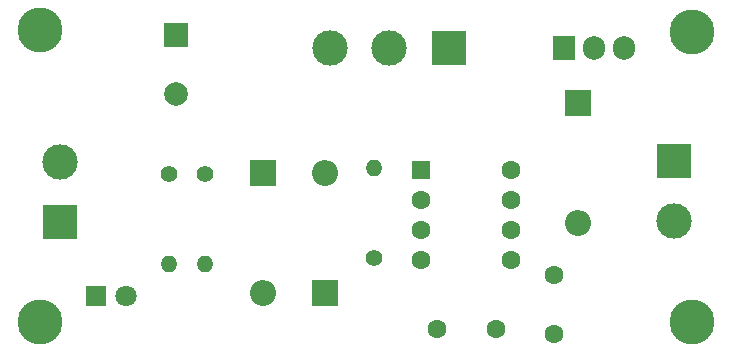
<source format=gbs>
G04 #@! TF.GenerationSoftware,KiCad,Pcbnew,9.0.1*
G04 #@! TF.CreationDate,2025-08-18T16:23:55+05:00*
G04 #@! TF.ProjectId,dc_motor_speed_controller,64635f6d-6f74-46f7-925f-73706565645f,rev?*
G04 #@! TF.SameCoordinates,Original*
G04 #@! TF.FileFunction,Soldermask,Bot*
G04 #@! TF.FilePolarity,Negative*
%FSLAX46Y46*%
G04 Gerber Fmt 4.6, Leading zero omitted, Abs format (unit mm)*
G04 Created by KiCad (PCBNEW 9.0.1) date 2025-08-18 16:23:55*
%MOMM*%
%LPD*%
G01*
G04 APERTURE LIST*
G04 Aperture macros list*
%AMRoundRect*
0 Rectangle with rounded corners*
0 $1 Rounding radius*
0 $2 $3 $4 $5 $6 $7 $8 $9 X,Y pos of 4 corners*
0 Add a 4 corners polygon primitive as box body*
4,1,4,$2,$3,$4,$5,$6,$7,$8,$9,$2,$3,0*
0 Add four circle primitives for the rounded corners*
1,1,$1+$1,$2,$3*
1,1,$1+$1,$4,$5*
1,1,$1+$1,$6,$7*
1,1,$1+$1,$8,$9*
0 Add four rect primitives between the rounded corners*
20,1,$1+$1,$2,$3,$4,$5,0*
20,1,$1+$1,$4,$5,$6,$7,0*
20,1,$1+$1,$6,$7,$8,$9,0*
20,1,$1+$1,$8,$9,$2,$3,0*%
G04 Aperture macros list end*
%ADD10C,3.800000*%
%ADD11C,1.400000*%
%ADD12O,1.400000X1.400000*%
%ADD13R,2.200000X2.200000*%
%ADD14O,2.200000X2.200000*%
%ADD15C,1.600000*%
%ADD16R,3.000000X3.000000*%
%ADD17C,3.000000*%
%ADD18RoundRect,0.250000X-0.550000X-0.550000X0.550000X-0.550000X0.550000X0.550000X-0.550000X0.550000X0*%
%ADD19R,1.905000X2.000000*%
%ADD20O,1.905000X2.000000*%
%ADD21R,2.000000X2.000000*%
%ADD22C,2.000000*%
%ADD23R,1.800000X1.800000*%
%ADD24C,1.800000*%
G04 APERTURE END LIST*
D10*
X124400000Y-103100000D03*
D11*
X138400000Y-115300000D03*
D12*
X138400000Y-122920000D03*
D13*
X143300000Y-115190000D03*
D14*
X143300000Y-125350000D03*
D15*
X167900000Y-123820000D03*
X167900000Y-128820000D03*
D13*
X170000000Y-109220000D03*
D14*
X170000000Y-119380000D03*
D16*
X159000000Y-104600000D03*
D17*
X154000000Y-104600000D03*
X149000000Y-104600000D03*
D18*
X156695000Y-114890000D03*
D15*
X156695000Y-117430000D03*
X156695000Y-119970000D03*
X156695000Y-122510000D03*
X164315000Y-122510000D03*
X164315000Y-119970000D03*
X164315000Y-117430000D03*
X164315000Y-114890000D03*
D19*
X168760000Y-104600000D03*
D20*
X171300000Y-104600000D03*
X173840000Y-104600000D03*
D11*
X152700000Y-122410000D03*
D12*
X152700000Y-114790000D03*
D16*
X178100000Y-114160000D03*
D17*
X178100000Y-119240000D03*
D21*
X135900000Y-103500000D03*
D22*
X135900000Y-108500000D03*
D13*
X148500000Y-125350000D03*
D14*
X148500000Y-115190000D03*
D10*
X179600000Y-127800000D03*
D11*
X135300000Y-115300000D03*
D12*
X135300000Y-122920000D03*
D10*
X179600000Y-103200000D03*
X124400000Y-127800000D03*
D15*
X158000000Y-128370000D03*
X163000000Y-128370000D03*
D16*
X126115000Y-119300000D03*
D17*
X126115000Y-114220000D03*
D23*
X129125000Y-125600000D03*
D24*
X131665000Y-125600000D03*
M02*

</source>
